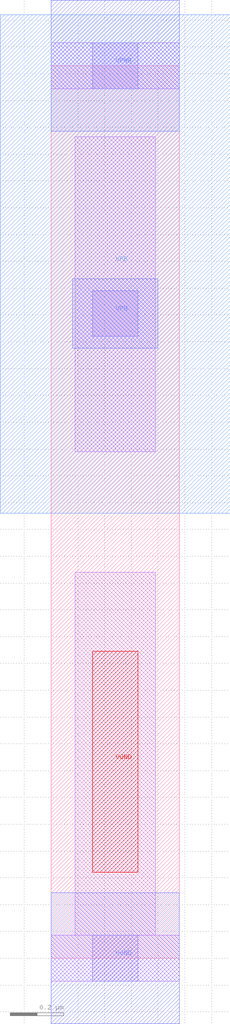
<source format=lef>
# Copyright 2020 The SkyWater PDK Authors
#
# Licensed under the Apache License, Version 2.0 (the "License");
# you may not use this file except in compliance with the License.
# You may obtain a copy of the License at
#
#     https://www.apache.org/licenses/LICENSE-2.0
#
# Unless required by applicable law or agreed to in writing, software
# distributed under the License is distributed on an "AS IS" BASIS,
# WITHOUT WARRANTIES OR CONDITIONS OF ANY KIND, either express or implied.
# See the License for the specific language governing permissions and
# limitations under the License.
#
# SPDX-License-Identifier: Apache-2.0

VERSION 5.7 ;
  NOWIREEXTENSIONATPIN ON ;
  DIVIDERCHAR "/" ;
  BUSBITCHARS "[]" ;
MACRO sky130_fd_sc_ms__tapvgnd2_1
  CLASS CORE WELLTAP ;
  FOREIGN sky130_fd_sc_ms__tapvgnd2_1 ;
  ORIGIN  0.000000  0.000000 ;
  SIZE  0.480000 BY  3.330000 ;
  SYMMETRY X Y ;
  SITE unit ;
  PIN VGND
    DIRECTION INOUT ;
    USE GROUND ;
    PORT
      LAYER met1 ;
        RECT 0.000000 -0.245000 0.480000 0.245000 ;
      LAYER pwell ;
        RECT 0.155000 0.320000 0.325000 1.145000 ;
    END
  END VGND
  PIN VPB
    DIRECTION INOUT ;
    USE POWER ;
    PORT
      LAYER met1 ;
        RECT 0.080000 2.275000 0.400000 2.535000 ;
      LAYER nwell ;
        RECT -0.190000 1.660000 0.670000 3.520000 ;
    END
  END VPB
  PIN VPWR
    DIRECTION INOUT ;
    USE POWER ;
    PORT
      LAYER met1 ;
        RECT 0.000000 3.085000 0.480000 3.575000 ;
    END
  END VPWR
  OBS
    LAYER li1 ;
      RECT 0.000000 -0.085000 0.480000 0.085000 ;
      RECT 0.000000  3.245000 0.480000 3.415000 ;
      RECT 0.090000  0.085000 0.390000 1.440000 ;
      RECT 0.090000  1.890000 0.390000 3.065000 ;
    LAYER mcon ;
      RECT 0.155000 -0.085000 0.325000 0.085000 ;
      RECT 0.155000  2.320000 0.325000 2.490000 ;
      RECT 0.155000  3.245000 0.325000 3.415000 ;
  END
END sky130_fd_sc_ms__tapvgnd2_1
END LIBRARY

</source>
